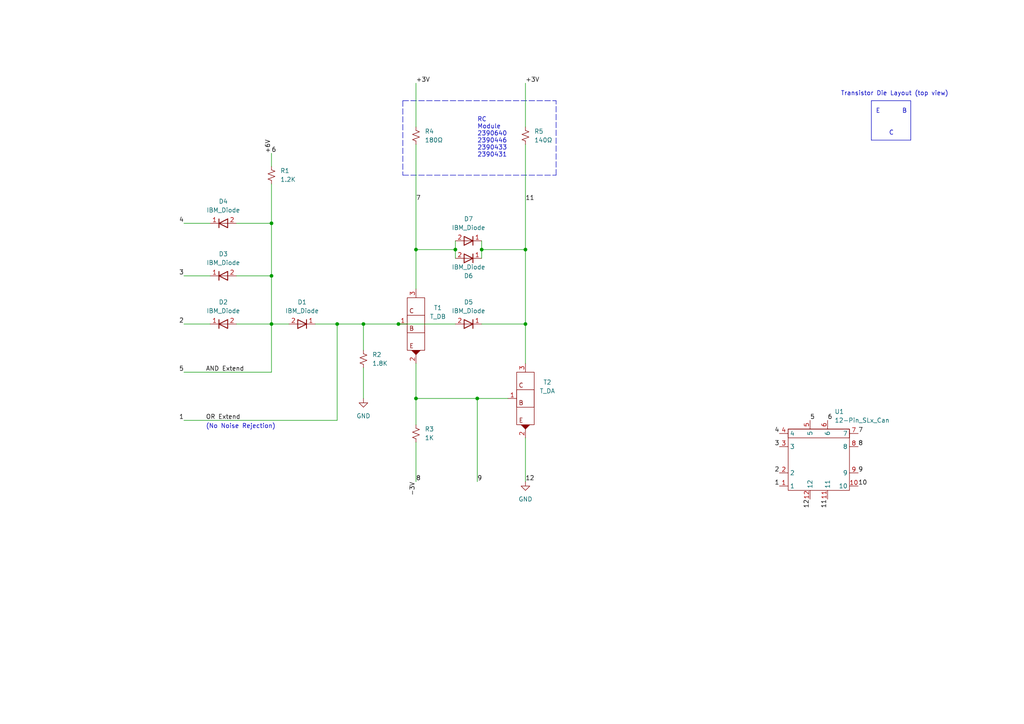
<source format=kicad_sch>
(kicad_sch (version 20211123) (generator eeschema)
  (paper "A4")
  (lib_symbols
    (symbol "Device:R_Small_US" (pin_numbers hide) (pin_names (offset 0.254) hide)
      (property "Reference" "R" (at 0.762 0.508 0))
      (property "Value" "R_Small_US" (at 0.762 -1.016 0))
      (symbol "R_Small_US_1_1"
        (polyline (pts (xy 0 0) (xy 1.016 -0.381) (xy 0 -0.762) (xy -1.016 -1.143) (xy 0 -1.524)))
        (polyline (pts (xy 0 1.524) (xy 1.016 1.143) (xy 0 0.762) (xy -1.016 0.381) (xy 0 0)))
        (pin passive line (at 0 2.54 270) (length 1.016) (name "~") (number "1"))
        (pin passive line (at 0 -2.54 90) (length 1.016) (name "~") (number "2"))
      )
    )
    (symbol "IBM_SLT-SLD:12-Pin_SLx_Can"
      (property "Reference" "U" (at 0 -2.54 0))
      (property "Value" "12-Pin_SLx_Can" (at 0 0 0))
      (symbol "12-Pin_SLx_Can_0_1"
        (rectangle (start -8.89 8.89) (end 8.89 -8.89))
        (rectangle (start -8.89 8.89) (end 8.89 6.35))
      )
      (symbol "12-Pin_SLx_Can_1_1"
        (pin passive line (at -11.43 -7.62 0) (length 2.54) (name "1") (number "1"))
        (pin passive line (at 11.43 -7.62 180) (length 2.54) (name "10") (number "10"))
        (pin passive line (at 2.54 -11.43 90) (length 2.54) (name "11") (number "11"))
        (pin passive line (at -2.54 -11.43 90) (length 2.54) (name "12") (number "12"))
        (pin passive line (at -11.43 -3.81 0) (length 2.54) (name "2") (number "2"))
        (pin passive line (at -11.43 3.81 0) (length 2.54) (name "3") (number "3"))
        (pin passive line (at -11.43 7.62 0) (length 2.54) (name "4") (number "4"))
        (pin passive line (at -2.54 11.43 270) (length 2.54) (name "5") (number "5"))
        (pin passive line (at 2.54 11.43 270) (length 2.54) (name "6") (number "6"))
        (pin passive line (at 11.43 7.62 180) (length 2.54) (name "7") (number "7"))
        (pin passive line (at 11.43 3.81 180) (length 2.54) (name "8") (number "8"))
        (pin passive line (at 11.43 -3.81 180) (length 2.54) (name "9") (number "9"))
      )
    )
    (symbol "IBM_SLT-SLD:IBM_Diode"
      (property "Reference" "D" (at 0 5.08 0))
      (property "Value" "IBM_Diode" (at 0 2.54 0))
      (symbol "IBM_Diode_0_1"
        (polyline (pts (xy -1.27 1.27) (xy -1.27 -1.27)) (stroke (width 0.254)))
        (polyline (pts (xy 1.27 0) (xy -1.27 0)))
        (polyline (pts (xy 1.27 1.27) (xy 1.27 -1.27) (xy -1.27 0) (xy 1.27 1.27)) (stroke (width 0.254)))
      )
      (symbol "IBM_Diode_1_1"
        (pin passive line (at -3.81 0 0) (length 2.54) (name "K") (number "1"))
        (pin passive line (at 3.81 0 180) (length 2.54) (name "A") (number "2"))
      )
    )
    (symbol "IBM_SLT-SLD:T_DA"
      (property "Reference" "T" (at 0 5.08 0))
      (property "Value" "T_DA" (at 7.62 8.89 0))
      (symbol "T_DA_0_0"
        (text "B" (at -1.27 -1.27 0) (effects (font (size 1.27 1.27))))
        (text "C" (at -1.27 3.81 0) (effects (font (size 1.27 1.27))))
        (text "E" (at -1.27 -6.35 0) (effects (font (size 1.27 1.27))))
      )
      (symbol "T_DA_0_1"
        (rectangle (start -2.54 2.54) (end 2.54 -2.54))
        (rectangle (start -2.54 7.62) (end 2.54 -7.62))
        (polyline (pts (xy -1.27 -7.62) (xy 0 -8.89) (xy 1.27 -7.62)) (fill (type outline)))
      )
      (symbol "T_DA_1_1"
        (pin passive line (at -5.08 0 0) (length 2.54) (name "B") (number "1"))
        (pin passive line (at 0 -11.43 90) (length 2.54) (name "E") (number "2"))
        (pin passive line (at 0 10.16 270) (length 2.54) (name "C") (number "3"))
      )
    )
    (symbol "IBM_SLT-SLD:T_DB"
      (property "Reference" "T" (at 0 5.08 0))
      (property "Value" "T_DB" (at 7.62 8.89 0))
      (symbol "T_DB_0_0"
        (text "B" (at -1.27 -1.27 0) (effects (font (size 1.27 1.27))))
        (text "C" (at -1.27 3.81 0) (effects (font (size 1.27 1.27))))
        (text "E" (at -1.27 -6.35 0) (effects (font (size 1.27 1.27))))
      )
      (symbol "T_DB_0_1"
        (rectangle (start -2.54 2.54) (end 2.54 -2.54))
        (rectangle (start -2.54 7.62) (end 2.54 -7.62))
        (polyline (pts (xy -1.27 -7.62) (xy 0 -8.89) (xy 1.27 -7.62)) (fill (type outline)))
      )
      (symbol "T_DB_1_1"
        (pin passive line (at -5.08 0 0) (length 2.54) (name "B") (number "1"))
        (pin passive line (at 0 -11.43 90) (length 2.54) (name "E") (number "2"))
        (pin passive line (at 0 10.16 270) (length 2.54) (name "C") (number "3"))
      )
    )
    (symbol "power:GND" (power) (pin_names (offset 0))
      (property "Value" "GND" (at 0 -3.81 0))
      (symbol "GND_0_1"
        (polyline (pts (xy 0 0) (xy 0 -1.27) (xy 1.27 -1.27) (xy 0 -2.54) (xy -1.27 -1.27) (xy 0 -1.27)))
      )
      (symbol "GND_1_1"
        (pin power_in line (at 0 0 270) (length 0) hide (name "GND") (number "1"))
      )
    )
  )
  (junction (at 97.79 93.98))
  (junction (at 152.4 72.39))
  (junction (at 139.7 72.39))
  (junction (at 78.74 80.01))
  (junction (at 115.57 93.98))
  (junction (at 152.4 93.98))
  (junction (at 132.08 72.39))
  (junction (at 105.41 93.98))
  (junction (at 78.74 64.77))
  (junction (at 138.43 115.57))
  (junction (at 120.65 115.57))
  (junction (at 120.65 72.39))
  (junction (at 78.74 93.98))
  (wire (pts (xy 78.74 80.01) (xy 78.74 93.98)))
  (wire (pts (xy 97.79 93.98) (xy 105.41 93.98)))
  (wire (pts (xy 53.34 80.01) (xy 60.96 80.01)))
  (wire (pts (xy 78.74 64.77) (xy 78.74 80.01)))
  (polyline (pts (xy 116.84 50.8) (xy 161.29 50.8)))
  (wire (pts (xy 78.74 93.98) (xy 83.82 93.98)))
  (wire (pts (xy 152.4 24.13) (xy 152.4 36.83)))
  (wire (pts (xy 132.08 69.85) (xy 132.08 72.39)))
  (wire (pts (xy 139.7 72.39) (xy 139.7 74.93)))
  (wire (pts (xy 120.65 115.57) (xy 120.65 123.19)))
  (wire (pts (xy 120.65 72.39) (xy 120.65 83.82)))
  (wire (pts (xy 120.65 128.27) (xy 120.65 139.7)))
  (wire (pts (xy 152.4 72.39) (xy 139.7 72.39)))
  (wire (pts (xy 152.4 93.98) (xy 152.4 72.39)))
  (wire (pts (xy 78.74 64.77) (xy 68.58 64.77)))
  (wire (pts (xy 152.4 41.91) (xy 152.4 72.39)))
  (wire (pts (xy 152.4 127) (xy 152.4 139.7)))
  (polyline (pts (xy 161.29 50.8) (xy 161.29 29.21)))
  (wire (pts (xy 105.41 93.98) (xy 105.41 101.6)))
  (polyline (pts (xy 116.84 29.21) (xy 116.84 50.8)))
  (polyline (pts (xy 252.73 29.21) (xy 252.73 40.64)) (stroke (width 0) (type solid)))
  (wire (pts (xy 53.34 93.98) (xy 60.96 93.98)))
  (polyline (pts (xy 264.16 40.64) (xy 252.73 40.64)) (stroke (width 0) (type solid)))
  (wire (pts (xy 138.43 115.57) (xy 147.32 115.57)))
  (wire (pts (xy 78.74 80.01) (xy 68.58 80.01)))
  (polyline (pts (xy 252.73 29.21) (xy 264.16 29.21)) (stroke (width 0) (type solid)))
  (wire (pts (xy 97.79 93.98) (xy 91.44 93.98)))
  (wire (pts (xy 132.08 72.39) (xy 120.65 72.39)))
  (wire (pts (xy 53.34 64.77) (xy 60.96 64.77)))
  (wire (pts (xy 53.34 107.95) (xy 78.74 107.95)))
  (wire (pts (xy 152.4 93.98) (xy 152.4 105.41)))
  (polyline (pts (xy 264.16 29.21) (xy 264.16 40.64)) (stroke (width 0) (type solid)))
  (wire (pts (xy 139.7 93.98) (xy 152.4 93.98)))
  (wire (pts (xy 138.43 115.57) (xy 120.65 115.57)))
  (wire (pts (xy 97.79 121.92) (xy 97.79 93.98)))
  (polyline (pts (xy 116.84 29.21) (xy 161.29 29.21)))
  (wire (pts (xy 139.7 69.85) (xy 139.7 72.39)))
  (wire (pts (xy 78.74 53.34) (xy 78.74 64.77)))
  (wire (pts (xy 138.43 139.7) (xy 138.43 115.57)))
  (wire (pts (xy 120.65 105.41) (xy 120.65 115.57)))
  (wire (pts (xy 78.74 44.45) (xy 78.74 48.26)))
  (wire (pts (xy 53.34 121.92) (xy 97.79 121.92)))
  (wire (pts (xy 78.74 107.95) (xy 78.74 93.98)))
  (wire (pts (xy 105.41 106.68) (xy 105.41 115.57)))
  (wire (pts (xy 115.57 93.98) (xy 132.08 93.98)))
  (wire (pts (xy 120.65 24.13) (xy 120.65 36.83)))
  (wire (pts (xy 68.58 93.98) (xy 78.74 93.98)))
  (wire (pts (xy 132.08 72.39) (xy 132.08 74.93)))
  (wire (pts (xy 120.65 41.91) (xy 120.65 72.39)))
  (wire (pts (xy 105.41 93.98) (xy 115.57 93.98)))
  (text "RC\nModule\n2390640\n2390446\n2390433\n2390431" (at 138.43 45.72 0) (effects (font (size 1.27 1.27)) (justify left bottom)))
  (text "C" (at 257.81 39.37 0) (effects (font (size 1.27 1.27)) (justify left bottom)))
  (text "E" (at 254 33.02 0) (effects (font (size 1.27 1.27)) (justify left bottom)))
  (text "(No Noise Rejection)" (at 59.69 124.46 0) (effects (font (size 1.27 1.27)) (justify left bottom)))
  (text "B" (at 261.62 33.02 0) (effects (font (size 1.27 1.27)) (justify left bottom)))
  (text "Transistor Die Layout (top view)" (at 243.84 27.94 0) (effects (font (size 1.27 1.27)) (justify left bottom)))
  (label "8" (at 120.65 139.7 0))
  (label "9" (at 248.92 137.16 0))
  (label "7" (at 248.92 125.73 0))
  (label "5" (at 53.34 107.95 180))
  (label "+6V" (at 78.74 44.45 90))
  (label "5" (at 234.95 121.92 0))
  (label "11" (at 240.03 144.78 270))
  (label "+3V" (at 120.65 24.13 0))
  (label "7" (at 120.65 58.42 0))
  (label "12" (at 152.4 139.7 0))
  (label "2" (at 53.34 93.98 180))
  (label "6" (at 78.74 44.45 0))
  (label "AND Extend" (at 59.69 107.95 0))
  (label "4" (at 226.06 125.73 180))
  (label "10" (at 248.92 140.97 0))
  (label "11" (at 152.4 58.42 0))
  (label "3" (at 226.06 129.54 180))
  (label "8" (at 248.92 129.54 0))
  (label "1" (at 226.06 140.97 180))
  (label "OR Extend" (at 59.69 121.92 0))
  (label "1" (at 53.34 121.92 180))
  (label "12" (at 234.95 144.78 270))
  (label "4" (at 53.34 64.77 180))
  (label "3" (at 53.34 80.01 180))
  (label "2" (at 226.06 137.16 180))
  (label "+3V" (at 152.4 24.13 0))
  (label "9" (at 138.43 139.7 0))
  (label "6" (at 240.03 121.92 0))
  (label "-3V" (at 120.65 139.7 270))
  (symbol (lib_id "IBM_SLT-SLD:IBM_Diode") (at 135.89 74.93 180) (unit 1)
    (property "Reference" "D6" (at 135.89 80.01 0))
    (property "Value" "IBM_Diode" (at 135.89 77.47 0))
    (property "Footprint" "Diode_SMD:D_0201_0603Metric" (effects hide))
  )
  (symbol (lib_id "power:GND") (at 152.4 139.7 0) (unit 1)
    (property "Reference" "#PWR0102" (effects hide))
    (property "Value" "GND" (at 152.4 144.78 0))
  )
  (symbol (lib_id "Device:R_Small_US") (at 78.74 50.8 0) (unit 1)
    (property "Reference" "R1" (at 81.28 49.5299 0) (effects (justify left)))
    (property "Value" "1.2K" (at 81.28 52.0699 0) (effects (justify left)))
    (property "Footprint" "Resistor_SMD:R_0201_0603Metric" (effects hide))
  )
  (symbol (lib_id "IBM_SLT-SLD:IBM_Diode") (at 87.63 93.98 180) (unit 1)
    (property "Reference" "D1" (at 87.63 87.63 0))
    (property "Value" "IBM_Diode" (at 87.63 90.17 0))
    (property "Footprint" "Diode_SMD:D_0201_0603Metric" (effects hide))
  )
  (symbol (lib_id "IBM_SLT-SLD:12-Pin_SLx_Can") (at 237.49 133.35 0) (unit 1)
    (property "Reference" "U1" (at 242.0494 119.38 0) (effects (justify left)))
    (property "Value" "12-Pin_SLx_Can" (at 242.0494 121.92 0) (effects (justify left)))
    (property "Footprint" "IBM_SLT-SLD:12-Pin_SLx_Can" (effects hide))
  )
  (symbol (lib_id "IBM_SLT-SLD:IBM_Diode") (at 64.77 64.77 0) (unit 1)
    (property "Reference" "D4" (at 64.77 58.42 0))
    (property "Value" "IBM_Diode" (at 64.77 60.96 0))
    (property "Footprint" "Diode_SMD:D_0201_0603Metric" (effects hide))
  )
  (symbol (lib_id "Device:R_Small_US") (at 152.4 39.37 0) (unit 1)
    (property "Reference" "R5" (at 154.94 38.0999 0) (effects (justify left)))
    (property "Value" "140Ω" (at 154.94 40.6399 0) (effects (justify left)))
  )
  (symbol (lib_id "IBM_SLT-SLD:T_DB") (at 120.65 93.98 0) (unit 1)
    (property "Reference" "T1" (at 127 89.281 0))
    (property "Value" "T_DB" (at 127 91.821 0))
    (property "Footprint" "Package_DFN_QFN:Diodes_DFN1006-3" (effects hide))
  )
  (symbol (lib_id "power:GND") (at 105.41 115.57 0) (unit 1)
    (property "Reference" "#PWR0101" (effects hide))
    (property "Value" "GND" (at 105.41 120.65 0))
  )
  (symbol (lib_id "IBM_SLT-SLD:T_DA") (at 152.4 115.57 0) (unit 1)
    (property "Reference" "T2" (at 158.75 110.871 0))
    (property "Value" "T_DA" (at 158.75 113.411 0))
    (property "Footprint" "Package_DFN_QFN:Diodes_DFN1006-3" (effects hide))
  )
  (symbol (lib_id "IBM_SLT-SLD:IBM_Diode") (at 64.77 80.01 0) (unit 1)
    (property "Reference" "D3" (at 64.77 73.66 0))
    (property "Value" "IBM_Diode" (at 64.77 76.2 0))
    (property "Footprint" "Diode_SMD:D_0201_0603Metric" (effects hide))
  )
  (symbol (lib_id "Device:R_Small_US") (at 105.41 104.14 0) (unit 1)
    (property "Reference" "R2" (at 107.95 102.8699 0) (effects (justify left)))
    (property "Value" "1.8K" (at 107.95 105.4099 0) (effects (justify left)))
    (property "Footprint" "Resistor_SMD:R_0201_0603Metric" (effects hide))
  )
  (symbol (lib_id "IBM_SLT-SLD:IBM_Diode") (at 135.89 69.85 180) (unit 1)
    (property "Reference" "D7" (at 135.89 63.5 0))
    (property "Value" "IBM_Diode" (at 135.89 66.04 0))
    (property "Footprint" "Diode_SMD:D_0201_0603Metric" (effects hide))
  )
  (symbol (lib_id "IBM_SLT-SLD:IBM_Diode") (at 64.77 93.98 0) (unit 1)
    (property "Reference" "D2" (at 64.77 87.63 0))
    (property "Value" "IBM_Diode" (at 64.77 90.17 0))
    (property "Footprint" "Diode_SMD:D_0201_0603Metric" (effects hide))
  )
  (symbol (lib_id "Device:R_Small_US") (at 120.65 39.37 0) (unit 1)
    (property "Reference" "R4" (at 123.19 38.0999 0) (effects (justify left)))
    (property "Value" "180Ω" (at 123.19 40.6399 0) (effects (justify left)))
  )
  (symbol (lib_id "Device:R_Small_US") (at 120.65 125.73 0) (unit 1)
    (property "Reference" "R3" (at 123.19 124.4599 0) (effects (justify left)))
    (property "Value" "1K" (at 123.19 126.9999 0) (effects (justify left)))
    (property "Footprint" "Resistor_SMD:R_0201_0603Metric" (effects hide))
  )
  (symbol (lib_id "IBM_SLT-SLD:IBM_Diode") (at 135.89 93.98 180) (unit 1)
    (property "Reference" "D5" (at 135.89 87.63 0))
    (property "Value" "IBM_Diode" (at 135.89 90.17 0))
    (property "Footprint" "Diode_SMD:D_0201_0603Metric" (effects hide))
  )
)
</source>
